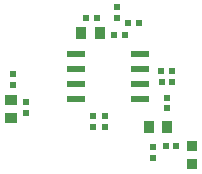
<source format=gtp>
G04*
G04 #@! TF.GenerationSoftware,Altium Limited,Altium Designer,22.2.1 (43)*
G04*
G04 Layer_Color=8421504*
%FSAX24Y24*%
%MOIN*%
G70*
G04*
G04 #@! TF.SameCoordinates,E8211669-D0EB-40F5-9659-E9546459CE39*
G04*
G04*
G04 #@! TF.FilePolarity,Positive*
G04*
G01*
G75*
%ADD13R,0.0228X0.0244*%
%ADD14R,0.0244X0.0228*%
%ADD15R,0.0244X0.0244*%
%ADD16R,0.0374X0.0394*%
%ADD17R,0.0394X0.0374*%
%ADD18R,0.0244X0.0244*%
%ADD19R,0.0242X0.0225*%
%ADD20R,0.0225X0.0242*%
%ADD21R,0.0374X0.0374*%
%ADD22R,0.0354X0.0394*%
%ADD23R,0.0610X0.0236*%
D13*
X024004Y023622D02*
D03*
X023634D02*
D03*
X024092Y024030D02*
D03*
X024462D02*
D03*
D14*
X023715Y024187D02*
D03*
Y024557D02*
D03*
X020700Y021378D02*
D03*
Y021008D02*
D03*
X023314Y020567D02*
D03*
Y020937D02*
D03*
X022930Y020565D02*
D03*
Y020935D02*
D03*
D15*
X025551Y022441D02*
D03*
X025197D02*
D03*
X025571Y022047D02*
D03*
X025217D02*
D03*
D16*
X024803Y020571D02*
D03*
X025394D02*
D03*
D17*
X020186Y020852D02*
D03*
Y021443D02*
D03*
D18*
X020276Y022323D02*
D03*
Y021969D02*
D03*
X024927Y019535D02*
D03*
Y019890D02*
D03*
D19*
X025696Y019913D02*
D03*
X025358D02*
D03*
X022711Y024197D02*
D03*
X023048D02*
D03*
D20*
X025394Y021527D02*
D03*
Y021190D02*
D03*
D21*
X026227Y019908D02*
D03*
Y019317D02*
D03*
D22*
X022538Y023692D02*
D03*
X023167D02*
D03*
D23*
X024488Y021494D02*
D03*
Y021994D02*
D03*
Y022494D02*
D03*
Y022994D02*
D03*
X022362Y021494D02*
D03*
Y021994D02*
D03*
Y022494D02*
D03*
Y022994D02*
D03*
M02*

</source>
